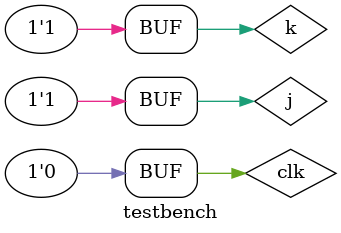
<source format=v>
module testbench();
  reg j, k;
  reg clk;
  wire q; 
  wire qb;

  jk_ff ag(q, qb, clk, j, k);

  initial begin
    clk = 1'b0; j = 1'b0; k = 1'b0;
    #50 clk = 1'b0; 
    #50 clk = 1'b1; k = 1'b1;
    #50 clk = 1'b0;
    #50 clk = 1'b1; j = 1'b1; k = 1'b0;
    #50 clk = 1'b0;  
    #50 clk = 1'b1; k = 1'b1;
    #50 clk = 1'b0;
  end
endmodule

</source>
